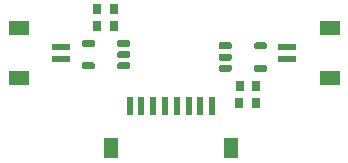
<source format=gbr>
%TF.GenerationSoftware,KiCad,Pcbnew,5.1.10*%
%TF.CreationDate,2021-07-14T14:56:21-07:00*%
%TF.ProjectId,exocam_charge_amp,65786f63-616d-45f6-9368-617267655f61,rev?*%
%TF.SameCoordinates,Original*%
%TF.FileFunction,Paste,Top*%
%TF.FilePolarity,Positive*%
%FSLAX46Y46*%
G04 Gerber Fmt 4.6, Leading zero omitted, Abs format (unit mm)*
G04 Created by KiCad (PCBNEW 5.1.10) date 2021-07-14 14:56:21*
%MOMM*%
%LPD*%
G01*
G04 APERTURE LIST*
%ADD10R,1.200000X1.800000*%
%ADD11R,0.600000X1.550000*%
%ADD12R,0.725000X0.900000*%
%ADD13R,1.800000X1.200000*%
%ADD14R,1.550000X0.600000*%
G04 APERTURE END LIST*
D10*
%TO.C,J1*%
X65480000Y-72370500D03*
D11*
X63880000Y-68770500D03*
X62880000Y-68770500D03*
D10*
X55280000Y-72370500D03*
D11*
X61880000Y-68770500D03*
X60880000Y-68770500D03*
X59880000Y-68770500D03*
X58880000Y-68770500D03*
X57880000Y-68770500D03*
X56880000Y-68770500D03*
%TD*%
%TO.C,U3*%
G36*
G01*
X53938000Y-63329600D02*
X53938000Y-63629600D01*
G75*
G02*
X53788000Y-63779600I-150000J0D01*
G01*
X52988000Y-63779600D01*
G75*
G02*
X52838000Y-63629600I0J150000D01*
G01*
X52838000Y-63329600D01*
G75*
G02*
X52988000Y-63179600I150000J0D01*
G01*
X53788000Y-63179600D01*
G75*
G02*
X53938000Y-63329600I0J-150000D01*
G01*
G37*
G36*
G01*
X56938000Y-63329600D02*
X56938000Y-63629600D01*
G75*
G02*
X56788000Y-63779600I-150000J0D01*
G01*
X55988000Y-63779600D01*
G75*
G02*
X55838000Y-63629600I0J150000D01*
G01*
X55838000Y-63329600D01*
G75*
G02*
X55988000Y-63179600I150000J0D01*
G01*
X56788000Y-63179600D01*
G75*
G02*
X56938000Y-63329600I0J-150000D01*
G01*
G37*
G36*
G01*
X56938000Y-64279600D02*
X56938000Y-64579600D01*
G75*
G02*
X56788000Y-64729600I-150000J0D01*
G01*
X55988000Y-64729600D01*
G75*
G02*
X55838000Y-64579600I0J150000D01*
G01*
X55838000Y-64279600D01*
G75*
G02*
X55988000Y-64129600I150000J0D01*
G01*
X56788000Y-64129600D01*
G75*
G02*
X56938000Y-64279600I0J-150000D01*
G01*
G37*
G36*
G01*
X53938000Y-65229600D02*
X53938000Y-65529600D01*
G75*
G02*
X53788000Y-65679600I-150000J0D01*
G01*
X52988000Y-65679600D01*
G75*
G02*
X52838000Y-65529600I0J150000D01*
G01*
X52838000Y-65229600D01*
G75*
G02*
X52988000Y-65079600I150000J0D01*
G01*
X53788000Y-65079600D01*
G75*
G02*
X53938000Y-65229600I0J-150000D01*
G01*
G37*
G36*
G01*
X56938000Y-65229600D02*
X56938000Y-65529600D01*
G75*
G02*
X56788000Y-65679600I-150000J0D01*
G01*
X55988000Y-65679600D01*
G75*
G02*
X55838000Y-65529600I0J150000D01*
G01*
X55838000Y-65229600D01*
G75*
G02*
X55988000Y-65079600I150000J0D01*
G01*
X56788000Y-65079600D01*
G75*
G02*
X56938000Y-65229600I0J-150000D01*
G01*
G37*
%TD*%
%TO.C,U2*%
G36*
G01*
X67420400Y-65732800D02*
X67420400Y-65432800D01*
G75*
G02*
X67570400Y-65282800I150000J0D01*
G01*
X68370400Y-65282800D01*
G75*
G02*
X68520400Y-65432800I0J-150000D01*
G01*
X68520400Y-65732800D01*
G75*
G02*
X68370400Y-65882800I-150000J0D01*
G01*
X67570400Y-65882800D01*
G75*
G02*
X67420400Y-65732800I0J150000D01*
G01*
G37*
G36*
G01*
X64420400Y-65732800D02*
X64420400Y-65432800D01*
G75*
G02*
X64570400Y-65282800I150000J0D01*
G01*
X65370400Y-65282800D01*
G75*
G02*
X65520400Y-65432800I0J-150000D01*
G01*
X65520400Y-65732800D01*
G75*
G02*
X65370400Y-65882800I-150000J0D01*
G01*
X64570400Y-65882800D01*
G75*
G02*
X64420400Y-65732800I0J150000D01*
G01*
G37*
G36*
G01*
X64420400Y-64782800D02*
X64420400Y-64482800D01*
G75*
G02*
X64570400Y-64332800I150000J0D01*
G01*
X65370400Y-64332800D01*
G75*
G02*
X65520400Y-64482800I0J-150000D01*
G01*
X65520400Y-64782800D01*
G75*
G02*
X65370400Y-64932800I-150000J0D01*
G01*
X64570400Y-64932800D01*
G75*
G02*
X64420400Y-64782800I0J150000D01*
G01*
G37*
G36*
G01*
X67420400Y-63832800D02*
X67420400Y-63532800D01*
G75*
G02*
X67570400Y-63382800I150000J0D01*
G01*
X68370400Y-63382800D01*
G75*
G02*
X68520400Y-63532800I0J-150000D01*
G01*
X68520400Y-63832800D01*
G75*
G02*
X68370400Y-63982800I-150000J0D01*
G01*
X67570400Y-63982800D01*
G75*
G02*
X67420400Y-63832800I0J150000D01*
G01*
G37*
G36*
G01*
X64420400Y-63832800D02*
X64420400Y-63532800D01*
G75*
G02*
X64570400Y-63382800I150000J0D01*
G01*
X65370400Y-63382800D01*
G75*
G02*
X65520400Y-63532800I0J-150000D01*
G01*
X65520400Y-63832800D01*
G75*
G02*
X65370400Y-63982800I-150000J0D01*
G01*
X64570400Y-63982800D01*
G75*
G02*
X64420400Y-63832800I0J150000D01*
G01*
G37*
%TD*%
D12*
%TO.C,R8*%
X55527800Y-60553600D03*
X54152800Y-60553600D03*
%TD*%
%TO.C,R6*%
X66189000Y-68478400D03*
X67564000Y-68478400D03*
%TD*%
%TO.C,C3*%
X55527800Y-62026800D03*
X54152800Y-62026800D03*
%TD*%
%TO.C,C2*%
X66192400Y-67106800D03*
X67567400Y-67106800D03*
%TD*%
D13*
%TO.C,BZ3*%
X47517500Y-62201500D03*
X47517500Y-66401500D03*
D14*
X51117500Y-64801500D03*
X51117500Y-63801500D03*
%TD*%
D13*
%TO.C,BZ2*%
X73831000Y-66401500D03*
X73831000Y-62201500D03*
D14*
X70231000Y-63801500D03*
X70231000Y-64801500D03*
%TD*%
M02*

</source>
